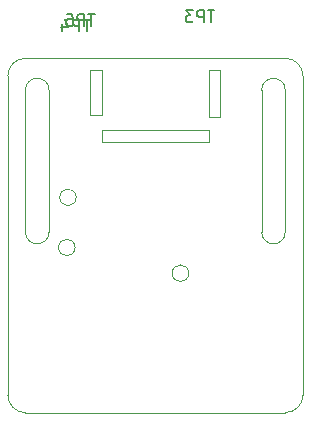
<source format=gbr>
G04 #@! TF.GenerationSoftware,KiCad,Pcbnew,5.1.2*
G04 #@! TF.CreationDate,2019-06-13T14:37:42+02:00*
G04 #@! TF.ProjectId,BodyTempUnit-e7,426f6479-5465-46d7-9055-6e69742d6537,rev?*
G04 #@! TF.SameCoordinates,Original*
G04 #@! TF.FileFunction,Legend,Bot*
G04 #@! TF.FilePolarity,Positive*
%FSLAX46Y46*%
G04 Gerber Fmt 4.6, Leading zero omitted, Abs format (unit mm)*
G04 Created by KiCad (PCBNEW 5.1.2) date 2019-06-13 14:37:42*
%MOMM*%
%LPD*%
G04 APERTURE LIST*
%ADD10C,0.150000*%
%ADD11C,0.050000*%
%ADD12C,0.120000*%
G04 APERTURE END LIST*
D10*
D11*
X88505000Y-135000033D02*
G75*
G03X90005000Y-133510000I0J1500033D01*
G01*
X64998200Y-133501400D02*
G75*
G03X66498200Y-135001400I1500000J0D01*
G01*
X82000000Y-112100000D02*
X82000000Y-111100000D01*
X73000000Y-112100000D02*
X73000000Y-111100000D01*
X72000000Y-109800000D02*
X73000000Y-109800000D01*
X82000000Y-110000000D02*
X83000000Y-110000000D01*
X83000000Y-106000000D02*
X83000000Y-110000000D01*
X82000000Y-106000000D02*
X83000000Y-106000000D01*
X82000000Y-106000000D02*
X82000000Y-110000000D01*
X72000000Y-106000000D02*
X72000000Y-109800000D01*
X73000000Y-106000000D02*
X72000000Y-106000000D01*
X73000000Y-109800000D02*
X73000000Y-106000000D01*
X82000000Y-112100000D02*
X73000000Y-112100000D01*
X66500000Y-105000000D02*
G75*
G03X65000000Y-106500000I0J-1500000D01*
G01*
X90000000Y-106500000D02*
G75*
G03X88500000Y-105000000I-1500000J0D01*
G01*
X90000000Y-106500000D02*
X90005000Y-133510000D01*
X65001100Y-106500000D02*
X64999600Y-133501400D01*
X66500000Y-105000000D02*
X88500000Y-105000000D01*
X88500000Y-107700000D02*
X88500000Y-119700000D01*
X86500000Y-119700000D02*
X86500000Y-107700000D01*
X88500000Y-119700000D02*
G75*
G02X86500000Y-119700000I-1000000J0D01*
G01*
X86500000Y-107700000D02*
G75*
G02X88500000Y-107700000I1000000J0D01*
G01*
X68500000Y-107700000D02*
X68500000Y-119700000D01*
X66500000Y-107700000D02*
G75*
G02X68500000Y-107700000I1000000J0D01*
G01*
X68500000Y-119700000D02*
G75*
G02X66500000Y-119700000I-1000000J0D01*
G01*
X66500000Y-119700000D02*
X66500000Y-107700000D01*
X73000000Y-111100000D02*
X82000000Y-111100000D01*
X88505000Y-135000000D02*
X66498200Y-135000000D01*
D12*
X70700000Y-121025000D02*
G75*
G03X70700000Y-121025000I-700000J0D01*
G01*
X70800000Y-116775000D02*
G75*
G03X70800000Y-116775000I-700000J0D01*
G01*
X80325000Y-123200000D02*
G75*
G03X80325000Y-123200000I-700000J0D01*
G01*
D10*
X72361904Y-101277380D02*
X71790476Y-101277380D01*
X72076190Y-102277380D02*
X72076190Y-101277380D01*
X71457142Y-102277380D02*
X71457142Y-101277380D01*
X71076190Y-101277380D01*
X70980952Y-101325000D01*
X70933333Y-101372619D01*
X70885714Y-101467857D01*
X70885714Y-101610714D01*
X70933333Y-101705952D01*
X70980952Y-101753571D01*
X71076190Y-101801190D01*
X71457142Y-101801190D01*
X69980952Y-101277380D02*
X70457142Y-101277380D01*
X70504761Y-101753571D01*
X70457142Y-101705952D01*
X70361904Y-101658333D01*
X70123809Y-101658333D01*
X70028571Y-101705952D01*
X69980952Y-101753571D01*
X69933333Y-101848809D01*
X69933333Y-102086904D01*
X69980952Y-102182142D01*
X70028571Y-102229761D01*
X70123809Y-102277380D01*
X70361904Y-102277380D01*
X70457142Y-102229761D01*
X70504761Y-102182142D01*
X71961904Y-101727380D02*
X71390476Y-101727380D01*
X71676190Y-102727380D02*
X71676190Y-101727380D01*
X71057142Y-102727380D02*
X71057142Y-101727380D01*
X70676190Y-101727380D01*
X70580952Y-101775000D01*
X70533333Y-101822619D01*
X70485714Y-101917857D01*
X70485714Y-102060714D01*
X70533333Y-102155952D01*
X70580952Y-102203571D01*
X70676190Y-102251190D01*
X71057142Y-102251190D01*
X69628571Y-102060714D02*
X69628571Y-102727380D01*
X69866666Y-101679761D02*
X70104761Y-102394047D01*
X69485714Y-102394047D01*
X82486904Y-100952380D02*
X81915476Y-100952380D01*
X82201190Y-101952380D02*
X82201190Y-100952380D01*
X81582142Y-101952380D02*
X81582142Y-100952380D01*
X81201190Y-100952380D01*
X81105952Y-101000000D01*
X81058333Y-101047619D01*
X81010714Y-101142857D01*
X81010714Y-101285714D01*
X81058333Y-101380952D01*
X81105952Y-101428571D01*
X81201190Y-101476190D01*
X81582142Y-101476190D01*
X80677380Y-100952380D02*
X80058333Y-100952380D01*
X80391666Y-101333333D01*
X80248809Y-101333333D01*
X80153571Y-101380952D01*
X80105952Y-101428571D01*
X80058333Y-101523809D01*
X80058333Y-101761904D01*
X80105952Y-101857142D01*
X80153571Y-101904761D01*
X80248809Y-101952380D01*
X80534523Y-101952380D01*
X80629761Y-101904761D01*
X80677380Y-101857142D01*
M02*

</source>
